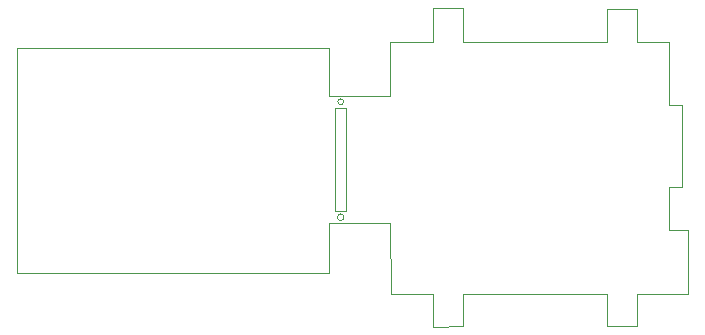
<source format=gbr>
%TF.GenerationSoftware,KiCad,Pcbnew,8.0.5*%
%TF.CreationDate,2025-02-14T01:05:17+01:00*%
%TF.ProjectId,cansatperso,63616e73-6174-4706-9572-736f2e6b6963,rev?*%
%TF.SameCoordinates,Original*%
%TF.FileFunction,Profile,NP*%
%FSLAX46Y46*%
G04 Gerber Fmt 4.6, Leading zero omitted, Abs format (unit mm)*
G04 Created by KiCad (PCBNEW 8.0.5) date 2025-02-14 01:05:17*
%MOMM*%
%LPD*%
G01*
G04 APERTURE LIST*
%TA.AperFunction,Profile*%
%ADD10C,0.050000*%
%TD*%
G04 APERTURE END LIST*
D10*
X177750001Y-70000107D02*
X177750000Y-72840000D01*
X189900000Y-72840000D01*
X189900000Y-70090000D01*
X192440000Y-70090000D01*
X192440000Y-72840000D01*
X195170000Y-72840000D01*
X195170000Y-78230000D01*
X196310000Y-78230000D01*
X196310000Y-85140000D01*
X195160000Y-85140000D01*
X195160000Y-88820000D01*
X196790955Y-88820000D01*
X196791176Y-94220000D01*
X192450000Y-94218560D01*
X192450000Y-96960000D01*
X189900000Y-96960000D01*
X189900000Y-94217956D01*
X177747920Y-94214113D01*
X177750000Y-96960000D01*
X175180000Y-96980000D01*
X175180000Y-94205157D01*
X171610000Y-94200000D01*
X171600000Y-88180000D01*
X166390000Y-88180498D01*
X166390000Y-92410000D01*
X139990000Y-92410000D01*
X139990000Y-73410000D01*
X166390000Y-73410000D01*
X166390000Y-77410000D01*
X171600000Y-77410000D01*
X171600000Y-72840000D01*
X175181395Y-72840000D01*
X175188008Y-69996225D01*
X177750001Y-70000107D01*
X167640000Y-77940000D02*
G75*
G02*
X167140000Y-77940000I-250000J0D01*
G01*
X167140000Y-77940000D02*
G75*
G02*
X167640000Y-77940000I250000J0D01*
G01*
X167840000Y-87190000D02*
X166940000Y-87190000D01*
X166940000Y-78480000D01*
X167840000Y-78480000D01*
X167840000Y-87190000D01*
X167672843Y-87700000D02*
G75*
G02*
X167107157Y-87700000I-282843J0D01*
G01*
X167107157Y-87700000D02*
G75*
G02*
X167672843Y-87700000I282843J0D01*
G01*
M02*

</source>
